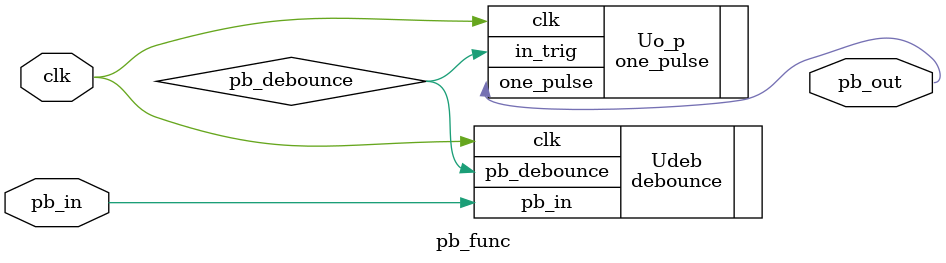
<source format=v>
`timescale 1ns / 1ps


module pb_func(
    input clk,
    input pb_in,
    output pb_out
    );
    wire pb_debounce;
    debounce Udeb(.clk(clk),.pb_in(pb_in),.pb_debounce(pb_debounce));
    one_pulse Uo_p(.clk(clk),.in_trig(pb_debounce),.one_pulse(pb_out));
endmodule


</source>
